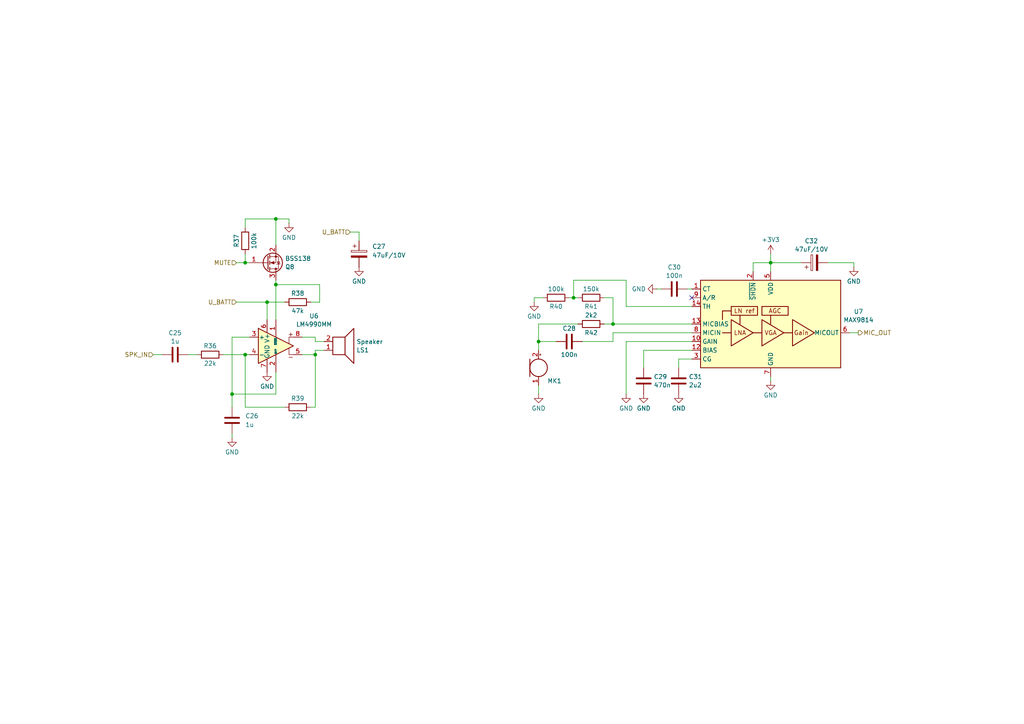
<source format=kicad_sch>
(kicad_sch (version 20231120) (generator "eeschema") (generator_version "8.0")
  (paper "A4")
  (title_block (title "Mainboard replacement for Nokia 3310") (date "28-10-2024") (rev "Rev A") (company "M17 Project") (comment 1 "Wojciech Kaczmarski, SP5WWP"))
  (lib_symbols
    (symbol "Amplifier_Audio:LM4990MM" (pin_names (offset 0.127))
      (property "Reference" "U" (at 5.08 7.62 0))
      (property "Value" "LM4990MM" (at 5.08 5.08 0))
      (symbol "LM4990MM_0_1"
        (polyline (pts (xy 3.81 -0.635) (xy 3.81 -2.54) (xy 5.08 -2.54)))
        (polyline (pts (xy 5.08 2.54) (xy 3.81 2.54) (xy 3.81 0.635)))
        (polyline (pts (xy -5.08 5.08) (xy 5.08 0) (xy -5.08 -5.08) (xy -5.08 5.08)) (stroke (width 0.254)) (fill (type background)))
      )
      (symbol "LM4990MM_1_1"
        (polyline (pts (xy 3.81 -3.302) (xy 4.826 -3.302)))
        (polyline (pts (xy 4.318 3.81) (xy 4.318 2.794)))
        (polyline (pts (xy 4.826 3.302) (xy 3.81 3.302)))
        (pin input line (at 0 7.62 270) (length 5.08) (name "~{SHDN}") (number "1"))
        (pin input line (at 0 -7.62 90) (length 5.08) (name "BYP") (number "2"))
        (pin input line (at -7.62 2.54 0) (length 2.54) (name "+") (number "3"))
        (pin input line (at -7.62 -2.54 0) (length 2.54) (name "-") (number "4"))
        (pin output line (at 7.62 -2.54 180) (length 2.54) (name "~") (number "5"))
        (pin power_in line (at -2.54 7.62 270) (length 3.81) (name "V+") (number "6"))
        (pin power_in line (at -2.54 -7.62 90) (length 3.81) (name "GND") (number "7"))
        (pin output line (at 7.62 2.54 180) (length 2.54) (name "~") (number "8"))
      )
    )
    (symbol "Amplifier_Audio:MAX9814"
      (property "Reference" "U" (at -20.32 13.97 0))
      (property "Value" "MAX9814" (at 11.43 13.97 0))
      (symbol "MAX9814_0_0"
        (rectangle (start -11.43 5.08) (end -3.81 2.54) (stroke (width 0.254)))
        (rectangle (start -2.54 5.08) (end 5.08 2.54) (stroke (width 0.254)))
        (polyline (pts (xy -11.43 -2.54) (xy -13.97 -2.54)) (stroke (width 0.254)))
        (polyline (pts (xy -8.89 2.54) (xy -8.89 0)) (stroke (width 0.254)))
        (polyline (pts (xy -2.54 -2.54) (xy -5.08 -2.54)) (stroke (width 0.254)))
        (polyline (pts (xy 0 2.54) (xy 0 0)) (stroke (width 0.254)))
        (polyline (pts (xy 3.81 -2.54) (xy 6.35 -2.54)) (stroke (width 0.254)))
        (polyline (pts (xy -11.43 3.81) (xy -13.97 3.81) (xy -13.97 1.27)) (stroke (width 0.254)))
        (polyline (pts (xy -5.08 -2.54) (xy -11.43 1.27) (xy -11.43 -6.35) (xy -5.08 -2.54)) (stroke (width 0.254)))
        (polyline (pts (xy 3.81 -2.54) (xy -2.54 1.27) (xy -2.54 -6.35) (xy 3.81 -2.54)) (stroke (width 0.254)))
        (polyline (pts (xy 12.7 -2.54) (xy 6.35 1.27) (xy 6.35 -6.35) (xy 12.7 -2.54)) (stroke (width 0.254)))
        (text "AGC" (at 1.27 3.81 0) (effects (font (size 1.27 1.27))))
        (text "Gain" (at 8.89 -2.54 0) (effects (font (size 1.27 1.27))))
        (text "LN ref" (at -7.62 3.81 0) (effects (font (size 1.27 1.27))))
        (text "LNA" (at -8.89 -2.54 0) (effects (font (size 1.27 1.27))))
        (text "VGA" (at 0 -2.54 0) (effects (font (size 1.27 1.27))))
      )
      (symbol "MAX9814_0_1"
        (rectangle (start -20.32 12.7) (end 20.32 -12.7) (stroke (width 0.254)) (fill (type background)))
      )
      (symbol "MAX9814_1_1"
        (pin input line (at -22.86 10.16 0) (length 2.54) (name "CT") (number "1"))
        (pin input line (at -22.86 -5.08 0) (length 2.54) (name "GAIN") (number "10"))
        (pin passive line (at 0 -15.24 90) (length 2.54) hide (name "GND") (number "11"))
        (pin passive line (at -22.86 -7.62 0) (length 2.54) (name "BIAS") (number "12"))
        (pin output line (at -22.86 0 0) (length 2.54) (name "MICBIAS") (number "13"))
        (pin input line (at -22.86 5.08 0) (length 2.54) (name "TH") (number "14"))
        (pin passive line (at 0 -15.24 90) (length 2.54) hide (name "GND") (number "15"))
        (pin input line (at -5.08 15.24 270) (length 2.54) (name "~{SHDN}") (number "2"))
        (pin passive line (at -22.86 -10.16 0) (length 2.54) (name "CG") (number "3"))
        (pin passive line (at 0 -15.24 90) (length 2.54) hide (name "GND") (number "4"))
        (pin power_in line (at 0 15.24 270) (length 2.54) (name "VDD") (number "5"))
        (pin output line (at 22.86 -2.54 180) (length 2.54) (name "MICOUT") (number "6"))
        (pin power_in line (at 0 -15.24 90) (length 2.54) (name "GND") (number "7"))
        (pin input line (at -22.86 -2.54 0) (length 2.54) (name "MICIN") (number "8"))
        (pin input line (at -22.86 7.62 0) (length 2.54) (name "A/R") (number "9"))
      )
    )
    (symbol "Device:C" (pin_numbers hide) (pin_names (offset 0.254))
      (property "Reference" "C" (at 0.635 2.54 0))
      (property "Value" "C" (at 0.635 -2.54 0))
      (symbol "C_0_1"
        (polyline (pts (xy -2.032 -0.762) (xy 2.032 -0.762)) (stroke (width 0.508)))
        (polyline (pts (xy -2.032 0.762) (xy 2.032 0.762)) (stroke (width 0.508)))
      )
      (symbol "C_1_1"
        (pin passive line (at 0 3.81 270) (length 2.794) (name "~") (number "1"))
        (pin passive line (at 0 -3.81 90) (length 2.794) (name "~") (number "2"))
      )
    )
    (symbol "Device:C_Polarized" (pin_numbers hide) (pin_names (offset 0.254))
      (property "Reference" "C" (at 0.635 2.54 0))
      (property "Value" "C_Polarized" (at 0.635 -2.54 0))
      (symbol "C_Polarized_0_1"
        (rectangle (start -2.286 0.508) (end 2.286 1.016))
        (polyline (pts (xy -1.778 2.286) (xy -0.762 2.286)))
        (polyline (pts (xy -1.27 2.794) (xy -1.27 1.778)))
        (rectangle (start 2.286 -0.508) (end -2.286 -1.016) (fill (type outline)))
      )
      (symbol "C_Polarized_1_1"
        (pin passive line (at 0 3.81 270) (length 2.794) (name "~") (number "1"))
        (pin passive line (at 0 -3.81 90) (length 2.794) (name "~") (number "2"))
      )
    )
    (symbol "Device:Microphone" (pin_names (offset 0.0254) hide)
      (property "Reference" "MK" (at -3.81 1.27 0))
      (property "Value" "Microphone" (at -3.81 -0.635 0))
      (symbol "Microphone_0_1"
        (polyline (pts (xy -2.54 2.54) (xy -2.54 -2.54)) (stroke (width 0.254)))
        (polyline (pts (xy 0.254 3.81) (xy 0.762 3.81)))
        (polyline (pts (xy 0.508 4.064) (xy 0.508 3.556)))
        (circle (center 0 0) (radius 2.54) (stroke (width 0.254)))
      )
      (symbol "Microphone_1_1"
        (pin passive line (at 0 -5.08 90) (length 2.54) (name "-") (number "1"))
        (pin passive line (at 0 5.08 270) (length 2.54) (name "+") (number "2"))
      )
    )
    (symbol "Device:R" (pin_numbers hide) (pin_names (offset 0))
      (property "Reference" "R" (at 2.032 0 90))
      (property "Value" "R" (at 0 0 90))
      (symbol "R_0_1"
        (rectangle (start -1.016 -2.54) (end 1.016 2.54) (stroke (width 0.254)))
      )
      (symbol "R_1_1"
        (pin passive line (at 0 3.81 270) (length 1.27) (name "~") (number "1"))
        (pin passive line (at 0 -3.81 90) (length 1.27) (name "~") (number "2"))
      )
    )
    (symbol "Device:Speaker" (pin_names (offset 0) hide)
      (property "Reference" "LS" (at 1.27 5.715 0))
      (property "Value" "Speaker" (at 1.27 3.81 0))
      (symbol "Speaker_0_0"
        (rectangle (start -2.54 1.27) (end 1.016 -3.81) (stroke (width 0.254)))
        (polyline (pts (xy 1.016 1.27) (xy 3.556 3.81) (xy 3.556 -6.35) (xy 1.016 -3.81)) (stroke (width 0.254)))
      )
      (symbol "Speaker_1_1"
        (pin input line (at -5.08 0 0) (length 2.54) (name "1") (number "1"))
        (pin input line (at -5.08 -2.54 0) (length 2.54) (name "2") (number "2"))
      )
    )
    (symbol "Transistor_FET:BSS138" (pin_names hide)
      (property "Reference" "Q" (at 5.08 1.905 0))
      (property "Value" "BSS138" (at 5.08 0 0))
      (symbol "BSS138_0_1"
        (polyline (pts (xy 0.254 0) (xy -2.54 0)))
        (polyline (pts (xy 0.254 1.905) (xy 0.254 -1.905)) (stroke (width 0.254)))
        (polyline (pts (xy 0.762 -1.27) (xy 0.762 -2.286)) (stroke (width 0.254)))
        (polyline (pts (xy 0.762 0.508) (xy 0.762 -0.508)) (stroke (width 0.254)))
        (polyline (pts (xy 0.762 2.286) (xy 0.762 1.27)) (stroke (width 0.254)))
        (polyline (pts (xy 2.54 2.54) (xy 2.54 1.778)))
        (polyline (pts (xy 2.54 -2.54) (xy 2.54 0) (xy 0.762 0)))
        (polyline (pts (xy 0.762 -1.778) (xy 3.302 -1.778) (xy 3.302 1.778) (xy 0.762 1.778)))
        (polyline (pts (xy 1.016 0) (xy 2.032 0.381) (xy 2.032 -0.381) (xy 1.016 0)) (fill (type outline)))
        (polyline (pts (xy 2.794 0.508) (xy 2.921 0.381) (xy 3.683 0.381) (xy 3.81 0.254)))
        (polyline (pts (xy 3.302 0.381) (xy 2.921 -0.254) (xy 3.683 -0.254) (xy 3.302 0.381)))
        (circle (center 1.651 0) (radius 2.794) (stroke (width 0.254)))
        (circle (center 2.54 -1.778) (radius 0.254) (fill (type outline)))
        (circle (center 2.54 1.778) (radius 0.254) (fill (type outline)))
      )
      (symbol "BSS138_1_1"
        (pin input line (at -5.08 0 0) (length 2.54) (name "G") (number "1"))
        (pin passive line (at 2.54 -5.08 90) (length 2.54) (name "S") (number "2"))
        (pin passive line (at 2.54 5.08 270) (length 2.54) (name "D") (number "3"))
      )
    )
    (symbol "power:+3V3" (power) (pin_numbers hide) (pin_names (offset 0) hide)
      (property "Value" "+3V3" (at 0 3.556 0))
      (symbol "+3V3_0_1"
        (polyline (pts (xy -0.762 1.27) (xy 0 2.54)))
        (polyline (pts (xy 0 0) (xy 0 2.54)))
        (polyline (pts (xy 0 2.54) (xy 0.762 1.27)))
      )
      (symbol "+3V3_1_1"
        (pin power_in line (at 0 0 90) (length 0) (name "~") (number "1"))
      )
    )
    (symbol "power:GND" (power) (pin_numbers hide) (pin_names (offset 0) hide)
      (property "Value" "GND" (at 0 -3.81 0))
      (symbol "GND_0_1"
        (polyline (pts (xy 0 0) (xy 0 -1.27) (xy 1.27 -1.27) (xy 0 -2.54) (xy -1.27 -1.27) (xy 0 -1.27)))
      )
      (symbol "GND_1_1"
        (pin power_in line (at 0 0 270) (length 0) (name "~") (number "1"))
      )
    )
  )
  (junction (at 77.47 87.63))
  (junction (at 71.12 76.2))
  (junction (at 177.8 93.98))
  (junction (at 156.21 99.06))
  (junction (at 166.37 86.36))
  (junction (at 67.31 114.3))
  (junction (at 80.01 63.5))
  (junction (at 80.01 82.55))
  (junction (at 71.12 102.87))
  (junction (at 223.52 76.2))
  (junction (at 91.44 102.87))
  (no_connect (at 200.66 86.36))
  (wire (pts (xy 247.65 76.2) (xy 247.65 77.47)))
  (wire (pts (xy 157.48 86.36) (xy 154.94 86.36)))
  (wire (pts (xy 71.12 66.04) (xy 71.12 63.5)))
  (wire (pts (xy 80.01 107.95) (xy 80.01 114.3)))
  (wire (pts (xy 92.71 87.63) (xy 92.71 82.55)))
  (wire (pts (xy 80.01 81.28) (xy 80.01 82.55)))
  (wire (pts (xy 83.82 64.77) (xy 83.82 63.5)))
  (wire (pts (xy 71.12 118.11) (xy 71.12 102.87)))
  (wire (pts (xy 200.66 104.14) (xy 196.85 104.14)))
  (wire (pts (xy 154.94 86.36) (xy 154.94 87.63)))
  (wire (pts (xy 177.8 96.52) (xy 177.8 99.06)))
  (wire (pts (xy 91.44 118.11) (xy 91.44 102.87)))
  (wire (pts (xy 80.01 63.5) (xy 80.01 71.12)))
  (wire (pts (xy 181.61 99.06) (xy 200.66 99.06)))
  (wire (pts (xy 71.12 76.2) (xy 72.39 76.2)))
  (wire (pts (xy 82.55 118.11) (xy 71.12 118.11)))
  (wire (pts (xy 156.21 93.98) (xy 156.21 99.06)))
  (wire (pts (xy 223.52 76.2) (xy 232.41 76.2)))
  (wire (pts (xy 91.44 99.06) (xy 91.44 97.79)))
  (wire (pts (xy 218.44 78.74) (xy 218.44 76.2)))
  (wire (pts (xy 83.82 63.5) (xy 80.01 63.5)))
  (wire (pts (xy 166.37 81.28) (xy 166.37 86.36)))
  (wire (pts (xy 156.21 111.76) (xy 156.21 114.3)))
  (wire (pts (xy 223.52 73.66) (xy 223.52 76.2)))
  (wire (pts (xy 71.12 73.66) (xy 71.12 76.2)))
  (wire (pts (xy 186.69 101.6) (xy 186.69 106.68)))
  (wire (pts (xy 196.85 104.14) (xy 196.85 106.68)))
  (wire (pts (xy 80.01 114.3) (xy 67.31 114.3)))
  (wire (pts (xy 67.31 127) (xy 67.31 125.73)))
  (wire (pts (xy 71.12 102.87) (xy 72.39 102.87)))
  (wire (pts (xy 93.98 99.06) (xy 91.44 99.06)))
  (wire (pts (xy 156.21 99.06) (xy 161.29 99.06)))
  (wire (pts (xy 67.31 97.79) (xy 67.31 114.3)))
  (wire (pts (xy 64.77 102.87) (xy 71.12 102.87)))
  (wire (pts (xy 91.44 102.87) (xy 91.44 101.6)))
  (wire (pts (xy 80.01 82.55) (xy 80.01 92.71)))
  (wire (pts (xy 177.8 99.06) (xy 168.91 99.06)))
  (wire (pts (xy 77.47 87.63) (xy 82.55 87.63)))
  (wire (pts (xy 181.61 88.9) (xy 181.61 81.28)))
  (wire (pts (xy 240.03 76.2) (xy 247.65 76.2)))
  (wire (pts (xy 246.38 96.52) (xy 248.92 96.52)))
  (wire (pts (xy 90.17 87.63) (xy 92.71 87.63)))
  (wire (pts (xy 104.14 67.31) (xy 104.14 69.85)))
  (wire (pts (xy 71.12 63.5) (xy 80.01 63.5)))
  (wire (pts (xy 177.8 86.36) (xy 177.8 93.98)))
  (wire (pts (xy 72.39 97.79) (xy 67.31 97.79)))
  (wire (pts (xy 156.21 99.06) (xy 156.21 101.6)))
  (wire (pts (xy 200.66 88.9) (xy 181.61 88.9)))
  (wire (pts (xy 199.39 83.82) (xy 200.66 83.82)))
  (wire (pts (xy 177.8 93.98) (xy 200.66 93.98)))
  (wire (pts (xy 77.47 87.63) (xy 77.47 92.71)))
  (wire (pts (xy 223.52 110.49) (xy 223.52 109.22)))
  (wire (pts (xy 218.44 76.2) (xy 223.52 76.2)))
  (wire (pts (xy 166.37 86.36) (xy 167.64 86.36)))
  (wire (pts (xy 90.17 118.11) (xy 91.44 118.11)))
  (wire (pts (xy 181.61 81.28) (xy 166.37 81.28)))
  (wire (pts (xy 67.31 114.3) (xy 67.31 118.11)))
  (wire (pts (xy 68.58 76.2) (xy 71.12 76.2)))
  (wire (pts (xy 101.6 67.31) (xy 104.14 67.31)))
  (wire (pts (xy 175.26 86.36) (xy 177.8 86.36)))
  (wire (pts (xy 91.44 97.79) (xy 87.63 97.79)))
  (wire (pts (xy 191.77 83.82) (xy 190.5 83.82)))
  (wire (pts (xy 200.66 101.6) (xy 186.69 101.6)))
  (wire (pts (xy 175.26 93.98) (xy 177.8 93.98)))
  (wire (pts (xy 54.61 102.87) (xy 57.15 102.87)))
  (wire (pts (xy 181.61 114.3) (xy 181.61 99.06)))
  (wire (pts (xy 87.63 102.87) (xy 91.44 102.87)))
  (wire (pts (xy 167.64 93.98) (xy 156.21 93.98)))
  (wire (pts (xy 200.66 96.52) (xy 177.8 96.52)))
  (wire (pts (xy 223.52 76.2) (xy 223.52 78.74)))
  (wire (pts (xy 68.58 87.63) (xy 77.47 87.63)))
  (wire (pts (xy 91.44 101.6) (xy 93.98 101.6)))
  (wire (pts (xy 44.45 102.87) (xy 46.99 102.87)))
  (wire (pts (xy 92.71 82.55) (xy 80.01 82.55)))
  (wire (pts (xy 166.37 86.36) (xy 165.1 86.36)))
  (hierarchical_label "SPK_IN" (shape input) (at 44.45 102.87 180))
  (hierarchical_label "U_BATT" (shape input) (at 68.58 87.63 180))
  (hierarchical_label "MUTE" (shape input) (at 68.58 76.2 180))
  (hierarchical_label "U_BATT" (shape input) (at 101.6 67.31 180))
  (hierarchical_label "MIC_OUT" (shape output) (at 248.92 96.52 0))
  (symbol (lib_id "Device:Microphone") (at 156.21 106.68 0) (unit 1)
    (property "Reference" "MK1" (at 158.75 110.49 0) (effects (justify left)))
    (property "Value" "Microphone" (effects (hide yes)))
    (property "Description" "Microphone" (effects (hide yes)))
  )
  (symbol (lib_id "power:GND") (at 247.65 77.47 0) (unit 1)
    (property "Reference" "#PWR082" (effects (hide yes)))
    (property "Value" "GND" (at 247.65 81.6031 0))
    (property "Description" "Power symbol creates a global label with name \"GND\" , ground" (effects (hide yes)))
  )
  (symbol (lib_id "Device:R") (at 171.45 86.36 90) (unit 1)
    (property "Reference" "R41" (at 171.45 88.9 90))
    (property "Value" "150k" (at 171.45 83.82 90))
    (property "Footprint" "Inductor_SMD:L_0805_2012Metric" (effects (hide yes)))
    (property "Description" "Resistor" (effects (hide yes)))
  )
  (symbol (lib_id "Amplifier_Audio:LM4990MM") (at 80.01 100.33 0) (unit 1)
    (property "Reference" "U6" (at 91.0733 91.645 0))
    (property "Value" "LM4990MM" (at 91.0733 94.0693 0))
    (property "Footprint" "Package_SO:TSSOP-8_3x3mm_P0.65mm" (effects (hide yes)))
    (property "Datasheet" "http://www.ti.com/lit/ds/symlink/lm4990.pdf" (effects (hide yes)))
    (property "Description" "Boomer 2 Watt Audio Power Amplifier with Selectable Shutdown Logic Level, VSSOP-8" (effects (hide yes)))
    (property "PN" "926-LM4990MMX/NOPB" (effects (hide yes)))
    (property "MPN" "926-LM4990MMX/NOPB" (effects (hide yes)))
  )
  (symbol (lib_id "Device:C") (at 165.1 99.06 90) (unit 1)
    (property "Reference" "C28" (at 165.1 95.25 90))
    (property "Value" "100n" (at 165.1 102.87 90))
    (property "Footprint" "Capacitor_SMD:C_0805_2012Metric" (effects (hide yes)))
    (property "Description" "Unpolarized capacitor" (effects (hide yes)))
  )
  (symbol (lib_id "power:GND") (at 83.82 64.77 0) (unit 1)
    (property "Reference" "#PWR072" (effects (hide yes)))
    (property "Value" "GND" (at 83.82 68.9031 0))
    (property "Description" "Power symbol creates a global label with name \"GND\" , ground" (effects (hide yes)))
  )
  (symbol (lib_id "Device:C") (at 50.8 102.87 270) (unit 1)
    (property "Reference" "C25" (at 50.8 96.5665 90))
    (property "Value" "1u" (at 50.8 98.9908 90))
    (property "Footprint" "Capacitor_SMD:C_0805_2012Metric" (effects (hide yes)))
    (property "Description" "Unpolarized capacitor" (effects (hide yes)))
  )
  (symbol (lib_id "Device:C") (at 186.69 110.49 0) (unit 1)
    (property "Reference" "C29" (at 189.611 109.2778 0) (effects (justify left)))
    (property "Value" "470n" (at 189.611 111.7021 0) (effects (justify left)))
    (property "Footprint" "Capacitor_SMD:C_0805_2012Metric" (effects (hide yes)))
    (property "Description" "Unpolarized capacitor" (effects (hide yes)))
  )
  (symbol (lib_id "Device:Speaker") (at 99.06 101.6 0) (mirror x) (unit 1)
    (property "Reference" "LS1" (at 103.378 101.5422 0) (effects (justify left)))
    (property "Value" "Speaker" (at 103.378 99.1179 0) (effects (justify left)))
    (property "Description" "Speaker" (effects (hide yes)))
  )
  (symbol (lib_id "Device:C") (at 195.58 83.82 90) (unit 1)
    (property "Reference" "C30" (at 195.58 77.5165 90))
    (property "Value" "100n" (at 195.58 79.9408 90))
    (property "Footprint" "Capacitor_SMD:C_0805_2012Metric" (effects (hide yes)))
    (property "Description" "Unpolarized capacitor" (effects (hide yes)))
  )
  (symbol (lib_id "power:GND") (at 186.69 114.3 0) (unit 1)
    (property "Reference" "#PWR077" (effects (hide yes)))
    (property "Value" "GND" (at 186.69 118.4331 0))
    (property "Description" "Power symbol creates a global label with name \"GND\" , ground" (effects (hide yes)))
  )
  (symbol (lib_id "power:GND") (at 223.52 110.49 0) (unit 1)
    (property "Reference" "#PWR081" (effects (hide yes)))
    (property "Value" "GND" (at 223.52 114.6231 0))
    (property "Description" "Power symbol creates a global label with name \"GND\" , ground" (effects (hide yes)))
  )
  (symbol (lib_id "Device:C_Polarized") (at 236.22 76.2 90) (unit 1)
    (property "Reference" "C32" (at 235.331 69.8965 90))
    (property "Value" "47uF/10V" (at 235.331 72.3208 90))
    (property "Footprint" "Capacitor_Tantalum_SMD:CP_EIA-3528-21_Kemet-B" (effects (hide yes)))
    (property "Description" "Polarized capacitor" (effects (hide yes)))
    (property "PN" "74-293D476X9010B2TE3" (effects (hide yes)))
    (property "MPN" "74-293D476X9010B2TE3" (effects (hide yes)))
  )
  (symbol (lib_id "Device:R") (at 86.36 87.63 270) (unit 1)
    (property "Reference" "R38" (at 86.36 85.09 90))
    (property "Value" "47k" (at 86.36 90.17 90))
    (property "Footprint" "Inductor_SMD:L_0805_2012Metric" (effects (hide yes)))
    (property "Description" "Resistor" (effects (hide yes)))
  )
  (symbol (lib_id "Device:R") (at 60.96 102.87 270) (unit 1)
    (property "Reference" "R36" (at 60.96 100.33 90))
    (property "Value" "22k" (at 60.96 105.41 90))
    (property "Footprint" "Inductor_SMD:L_0805_2012Metric" (effects (hide yes)))
    (property "Description" "Resistor" (effects (hide yes)))
  )
  (symbol (lib_id "Device:R") (at 171.45 93.98 90) (unit 1)
    (property "Reference" "R42" (at 171.45 96.52 90))
    (property "Value" "2k2" (at 171.45 91.44 90))
    (property "Footprint" "Inductor_SMD:L_0805_2012Metric" (effects (hide yes)))
    (property "Description" "Resistor" (effects (hide yes)))
  )
  (symbol (lib_id "Device:C") (at 196.85 110.49 0) (unit 1)
    (property "Reference" "C31" (at 199.771 109.2778 0) (effects (justify left)))
    (property "Value" "2u2" (at 199.771 111.7021 0) (effects (justify left)))
    (property "Footprint" "Capacitor_SMD:C_0805_2012Metric" (effects (hide yes)))
    (property "Description" "Unpolarized capacitor" (effects (hide yes)))
  )
  (symbol (lib_id "power:GND") (at 196.85 114.3 0) (unit 1)
    (property "Reference" "#PWR079" (effects (hide yes)))
    (property "Value" "GND" (at 196.85 118.4331 0))
    (property "Description" "Power symbol creates a global label with name \"GND\" , ground" (effects (hide yes)))
  )
  (symbol (lib_id "power:GND") (at 181.61 114.3 0) (unit 1)
    (property "Reference" "#PWR076" (effects (hide yes)))
    (property "Value" "GND" (at 181.61 118.4331 0))
    (property "Description" "Power symbol creates a global label with name \"GND\" , ground" (effects (hide yes)))
  )
  (symbol (lib_id "power:GND") (at 156.21 114.3 0) (unit 1)
    (property "Reference" "#PWR075" (effects (hide yes)))
    (property "Value" "GND" (at 156.21 118.4331 0))
    (property "Description" "Power symbol creates a global label with name \"GND\" , ground" (effects (hide yes)))
  )
  (symbol (lib_id "power:GND") (at 190.5 83.82 270) (unit 1)
    (property "Reference" "#PWR078" (effects (hide yes)))
    (property "Value" "GND" (at 187.3251 83.82 90) (effects (justify right)))
    (property "Description" "Power symbol creates a global label with name \"GND\" , ground" (effects (hide yes)))
  )
  (symbol (lib_id "power:+3V3") (at 223.52 73.66 0) (unit 1)
    (property "Reference" "#PWR080" (effects (hide yes)))
    (property "Value" "+3V3" (at 223.52 69.5269 0))
    (property "Description" "Power symbol creates a global label with name \"+3V3\"" (effects (hide yes)))
  )
  (symbol (lib_id "power:GND") (at 77.47 107.95 0) (unit 1)
    (property "Reference" "#PWR071" (effects (hide yes)))
    (property "Value" "GND" (at 77.47 112.0831 0))
    (property "Description" "Power symbol creates a global label with name \"GND\" , ground" (effects (hide yes)))
  )
  (symbol (lib_id "Transistor_FET:BSS138") (at 77.47 76.2 0) (mirror x) (unit 1)
    (property "Reference" "Q8" (at 82.677 77.4122 0) (effects (justify left)))
    (property "Value" "BSS138" (at 82.677 74.9879 0) (effects (justify left)))
    (property "Footprint" "Package_TO_SOT_SMD:SOT-23" (effects (hide yes)))
    (property "Datasheet" "https://www.onsemi.com/pub/Collateral/BSS138-D.PDF" (effects (hide yes)))
    (property "Description" "50V Vds, 0.22A Id, N-Channel MOSFET, SOT-23" (effects (hide yes)))
  )
  (symbol (lib_id "Device:C") (at 67.31 121.92 180) (unit 1)
    (property "Reference" "C26" (at 71.12 120.6499 0) (effects (justify right)))
    (property "Value" "1u" (at 71.12 123.1899 0) (effects (justify right)))
    (property "Footprint" "Capacitor_SMD:C_0805_2012Metric" (effects (hide yes)))
    (property "Description" "Unpolarized capacitor" (effects (hide yes)))
  )
  (symbol (lib_id "Device:R") (at 71.12 69.85 0) (unit 1)
    (property "Reference" "R37" (at 68.58 69.85 90))
    (property "Value" "100k" (at 73.66 69.85 90))
    (property "Footprint" "Inductor_SMD:L_0805_2012Metric" (effects (hide yes)))
    (property "Description" "Resistor" (effects (hide yes)))
  )
  (symbol (lib_id "power:GND") (at 104.14 77.47 0) (unit 1)
    (property "Reference" "#PWR073" (effects (hide yes)))
    (property "Value" "GND" (at 104.14 81.6031 0))
    (property "Description" "Power symbol creates a global label with name \"GND\" , ground" (effects (hide yes)))
  )
  (symbol (lib_id "Device:R") (at 161.29 86.36 90) (unit 1)
    (property "Reference" "R40" (at 161.29 88.9 90))
    (property "Value" "100k" (at 161.29 83.82 90))
    (property "Footprint" "Inductor_SMD:L_0805_2012Metric" (effects (hide yes)))
    (property "Description" "Resistor" (effects (hide yes)))
  )
  (symbol (lib_id "Device:R") (at 86.36 118.11 270) (unit 1)
    (property "Reference" "R39" (at 86.36 115.57 90))
    (property "Value" "22k" (at 86.36 120.65 90))
    (property "Footprint" "Inductor_SMD:L_0805_2012Metric" (effects (hide yes)))
    (property "Description" "Resistor" (effects (hide yes)))
  )
  (symbol (lib_id "power:GND") (at 67.31 127 0) (unit 1)
    (property "Reference" "#PWR070" (effects (hide yes)))
    (property "Value" "GND" (at 67.31 131.1331 0))
    (property "Description" "Power symbol creates a global label with name \"GND\" , ground" (effects (hide yes)))
  )
  (symbol (lib_id "Device:C_Polarized") (at 104.14 73.66 0) (unit 1)
    (property "Reference" "C27" (at 107.95 71.5009 0) (effects (justify left)))
    (property "Value" "47uF/10V" (at 107.95 74.0409 0) (effects (justify left)))
    (property "Footprint" "Capacitor_Tantalum_SMD:CP_EIA-3528-21_Kemet-B" (effects (hide yes)))
    (property "Description" "Polarized capacitor" (effects (hide yes)))
    (property "PN" "74-293D476X9010B2TE3" (effects (hide yes)))
    (property "MPN" "74-293D476X9010B2TE3" (effects (hide yes)))
  )
  (symbol (lib_id "power:GND") (at 154.94 87.63 0) (unit 1)
    (property "Reference" "#PWR074" (effects (hide yes)))
    (property "Value" "GND" (at 154.94 91.7631 0))
    (property "Description" "Power symbol creates a global label with name \"GND\" , ground" (effects (hide yes)))
  )
  (symbol (lib_id "Amplifier_Audio:MAX9814") (at 223.52 93.98 0) (unit 1)
    (property "Reference" "U7" (at 249.0069 90.375 0))
    (property "Value" "MAX9814" (at 249.0069 92.7993 0))
    (property "Footprint" "Package_DFN_QFN:DFN-14-1EP_3x3mm_P0.4mm_EP1.78x2.35mm" (effects (hide yes)))
    (property "Datasheet" "https://datasheets.maximintegrated.com/en/ds/MAX9814.pdf" (effects (hide yes)))
    (property "Description" "Microphone Amplifier with AGC and Low-Noise Microphone Bias, TDFN-14" (effects (hide yes)))
  )
)
</source>
